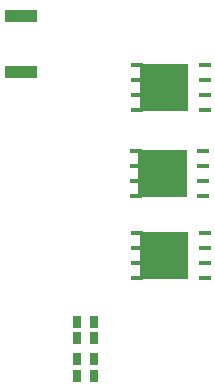
<source format=gbp>
G04*
G04 #@! TF.GenerationSoftware,Altium Limited,Altium Designer,25.5.2 (35)*
G04*
G04 Layer_Color=128*
%FSLAX25Y25*%
%MOIN*%
G70*
G04*
G04 #@! TF.SameCoordinates,BF0A912C-F189-4BED-A62E-BBCFC2C93B1E*
G04*
G04*
G04 #@! TF.FilePolarity,Positive*
G04*
G01*
G75*
%ADD34R,0.03150X0.03937*%
%ADD42R,0.04000X0.01800*%
%ADD88R,0.10512X0.04213*%
G36*
X256100Y138100D02*
Y153900D01*
X272200D01*
Y138100D01*
X256100D01*
D02*
G37*
G36*
X255600Y165600D02*
Y181400D01*
X271700D01*
Y165600D01*
X255600D01*
D02*
G37*
G36*
X256100Y194100D02*
Y209900D01*
X272200D01*
Y194100D01*
X256100D01*
D02*
G37*
D34*
X241000Y106000D02*
D03*
Y124000D02*
D03*
X235213Y106000D02*
D03*
Y124000D02*
D03*
X241000Y111500D02*
D03*
X235213D02*
D03*
Y118500D02*
D03*
X241000D02*
D03*
D42*
X255300Y209500D02*
D03*
Y204500D02*
D03*
Y199500D02*
D03*
Y194500D02*
D03*
X277700D02*
D03*
Y199500D02*
D03*
Y204500D02*
D03*
Y209500D02*
D03*
X255300Y153500D02*
D03*
Y148500D02*
D03*
Y143500D02*
D03*
Y138500D02*
D03*
X277700D02*
D03*
Y143500D02*
D03*
Y148500D02*
D03*
Y153500D02*
D03*
X254800Y181000D02*
D03*
Y176000D02*
D03*
Y171000D02*
D03*
Y166000D02*
D03*
X277200D02*
D03*
Y171000D02*
D03*
Y176000D02*
D03*
Y181000D02*
D03*
D88*
X216500Y226000D02*
D03*
Y207260D02*
D03*
M02*

</source>
